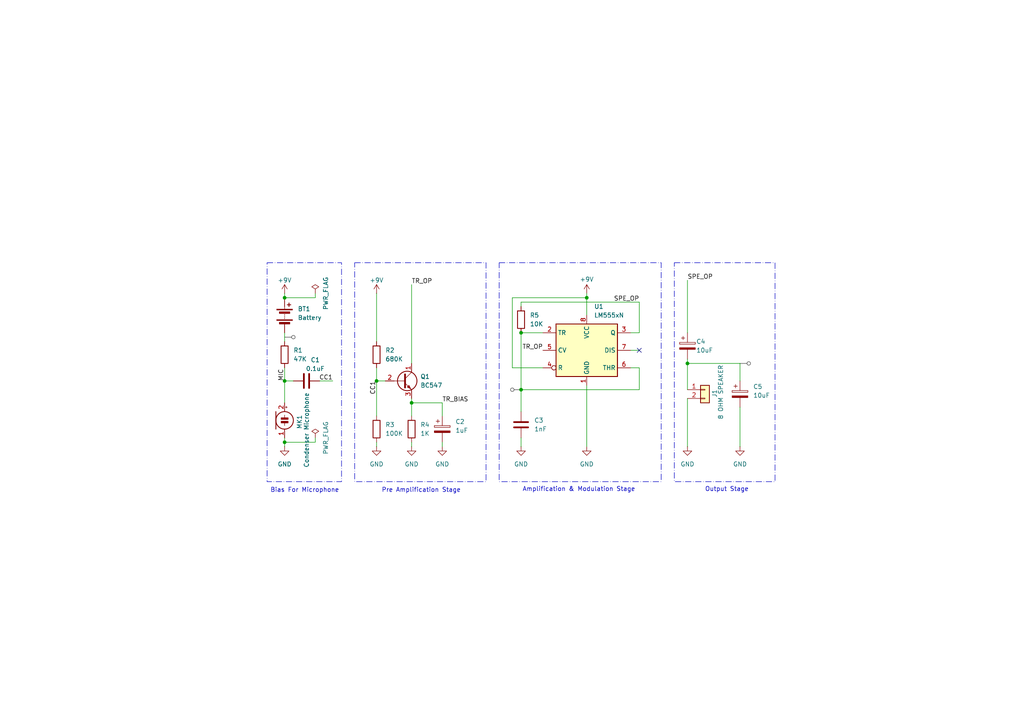
<source format=kicad_sch>
(kicad_sch (version 20250114) (generator "eeschema") (generator_version "9.0")
  (paper "A4")
  (title_block (title "555 Based Audio Amplifier") (date "2025-05-31") (company "Orion Pvt. Ltd."))
  (lib_symbols
    (symbol "Connector_Generic:Conn_01x02" (pin_names (offset 1.016) (hide yes))
      (property "Reference" "J" (at 0 2.54 0))
      (property "Value" "Conn_01x02" (at 0 -5.08 0))
      (symbol "Conn_01x02_1_1"
        (rectangle (start -1.27 1.27) (end 1.27 -3.81) (stroke (width 0.254)) (fill (type background)))
        (rectangle (start -1.27 0.127) (end 0 -0.127) (stroke (width 0.1524)))
        (rectangle (start -1.27 -2.413) (end 0 -2.667) (stroke (width 0.1524)))
        (pin passive line (at -5.08 0 0) (length 3.81) (name "Pin_1") (number "1"))
        (pin passive line (at -5.08 -2.54 0) (length 3.81) (name "Pin_2") (number "2"))
      )
    )
    (symbol "Device:Battery" (pin_numbers (hide yes)) (pin_names (offset 0) (hide yes))
      (property "Reference" "BT" (at 2.54 2.54 0))
      (property "Value" "Battery" (at 2.54 0 0))
      (symbol "Battery_0_1"
        (rectangle (start -2.286 1.778) (end 2.286 1.524) (fill (type outline)))
        (rectangle (start -2.286 -1.27) (end 2.286 -1.524) (fill (type outline)))
        (rectangle (start -1.524 1.016) (end 1.524 0.508) (fill (type outline)))
        (rectangle (start -1.524 -2.032) (end 1.524 -2.54) (fill (type outline)))
        (polyline (pts (xy 0 1.778) (xy 0 2.54)))
        (polyline (pts (xy 0 0) (xy 0 0.254)))
        (polyline (pts (xy 0 -0.508) (xy 0 -0.254)))
        (polyline (pts (xy 0 -1.016) (xy 0 -0.762)))
        (polyline (pts (xy 0.762 3.048) (xy 1.778 3.048)) (stroke (width 0.254)))
        (polyline (pts (xy 1.27 3.556) (xy 1.27 2.54)) (stroke (width 0.254)))
      )
      (symbol "Battery_1_1"
        (pin passive line (at 0 5.08 270) (length 2.54) (name "+") (number "1"))
        (pin passive line (at 0 -5.08 90) (length 2.54) (name "-") (number "2"))
      )
    )
    (symbol "Device:C" (pin_numbers (hide yes)) (pin_names (offset 0.254))
      (property "Reference" "C" (at 0.635 2.54 0))
      (property "Value" "C" (at 0.635 -2.54 0))
      (symbol "C_0_1"
        (polyline (pts (xy -2.032 0.762) (xy 2.032 0.762)) (stroke (width 0.508)))
        (polyline (pts (xy -2.032 -0.762) (xy 2.032 -0.762)) (stroke (width 0.508)))
      )
      (symbol "C_1_1"
        (pin passive line (at 0 3.81 270) (length 2.794) (name "~") (number "1"))
        (pin passive line (at 0 -3.81 90) (length 2.794) (name "~") (number "2"))
      )
    )
    (symbol "Device:C_Polarized" (pin_numbers (hide yes)) (pin_names (offset 0.254))
      (property "Reference" "C" (at 0.635 2.54 0))
      (property "Value" "C_Polarized" (at 0.635 -2.54 0))
      (symbol "C_Polarized_0_1"
        (rectangle (start -2.286 0.508) (end 2.286 1.016))
        (polyline (pts (xy -1.778 2.286) (xy -0.762 2.286)))
        (polyline (pts (xy -1.27 2.794) (xy -1.27 1.778)))
        (rectangle (start 2.286 -0.508) (end -2.286 -1.016) (fill (type outline)))
      )
      (symbol "C_Polarized_1_1"
        (pin passive line (at 0 3.81 270) (length 2.794) (name "~") (number "1"))
        (pin passive line (at 0 -3.81 90) (length 2.794) (name "~") (number "2"))
      )
    )
    (symbol "Device:Microphone_Condenser" (pin_names (offset 0.0254) (hide yes))
      (property "Reference" "MK" (at -3.302 1.27 0))
      (property "Value" "Microphone_Condenser" (at -3.302 -0.635 0))
      (symbol "Microphone_Condenser_0_1"
        (polyline (pts (xy -2.54 2.54) (xy -2.54 -2.54)) (stroke (width 0.254)))
        (polyline (pts (xy 0 0.762) (xy 0 1.524)))
        (circle (center 0 0) (radius 2.54) (stroke (width 0.254)))
        (polyline (pts (xy 0 -0.762) (xy 0 -1.524)))
        (polyline (pts (xy 0.254 3.81) (xy 0.762 3.81)))
        (polyline (pts (xy 0.508 4.064) (xy 0.508 3.556)))
        (rectangle (start 1.016 0.762) (end -1.016 0.254) (fill (type outline)))
        (rectangle (start 1.016 -0.254) (end -1.016 -0.762) (fill (type outline)))
      )
      (symbol "Microphone_Condenser_1_1"
        (pin passive line (at 0 5.08 270) (length 2.54) (name "+") (number "2"))
        (pin passive line (at 0 -5.08 90) (length 2.54) (name "-") (number "1"))
      )
    )
    (symbol "Device:R" (pin_numbers (hide yes)) (pin_names (offset 0))
      (property "Reference" "R" (at 2.032 0 90))
      (property "Value" "R" (at 0 0 90))
      (symbol "R_0_1"
        (rectangle (start -1.016 -2.54) (end 1.016 2.54) (stroke (width 0.254)))
      )
      (symbol "R_1_1"
        (pin passive line (at 0 3.81 270) (length 1.27) (name "~") (number "1"))
        (pin passive line (at 0 -3.81 90) (length 1.27) (name "~") (number "2"))
      )
    )
    (symbol "Timer:LM555xN"
      (property "Reference" "U" (at -10.16 8.89 0))
      (property "Value" "LM555xN" (at 2.54 8.89 0))
      (symbol "LM555xN_0_0"
        (pin power_in line (at 0 10.16 270) (length 2.54) (name "VCC") (number "8"))
        (pin power_in line (at 0 -10.16 90) (length 2.54) (name "GND") (number "1"))
      )
      (symbol "LM555xN_0_1"
        (rectangle (start -8.89 -7.62) (end 8.89 7.62) (stroke (width 0.254)) (fill (type background)))
        (rectangle (start -8.89 -7.62) (end 8.89 7.62) (stroke (width 0.254)) (fill (type background)))
      )
      (symbol "LM555xN_1_1"
        (pin input line (at -12.7 5.08 0) (length 3.81) (name "TR") (number "2"))
        (pin input line (at -12.7 0 0) (length 3.81) (name "CV") (number "5"))
        (pin input inverted (at -12.7 -5.08 0) (length 3.81) (name "R") (number "4"))
        (pin output line (at 12.7 5.08 180) (length 3.81) (name "Q") (number "3"))
        (pin input line (at 12.7 0 180) (length 3.81) (name "DIS") (number "7"))
        (pin input line (at 12.7 -5.08 180) (length 3.81) (name "THR") (number "6"))
      )
    )
    (symbol "Transistor_BJT:BC547" (pin_names (offset 0) (hide yes))
      (property "Reference" "Q" (at 5.08 1.905 0))
      (property "Value" "BC547" (at 5.08 0 0))
      (symbol "BC547_0_1"
        (polyline (pts (xy -2.54 0) (xy 0.635 0)))
        (polyline (pts (xy 0.635 1.905) (xy 0.635 -1.905)) (stroke (width 0.508)))
        (circle (center 1.27 0) (radius 2.8194) (stroke (width 0.254)))
      )
      (symbol "BC547_1_1"
        (polyline (pts (xy 0.635 0.635) (xy 2.54 2.54)))
        (polyline (pts (xy 0.635 -0.635) (xy 2.54 -2.54)))
        (polyline (pts (xy 1.27 -1.778) (xy 1.778 -1.27) (xy 2.286 -2.286) (xy 1.27 -1.778)) (fill (type outline)))
        (pin input line (at -5.08 0 0) (length 2.54) (name "B") (number "2"))
        (pin passive line (at 2.54 5.08 270) (length 2.54) (name "C") (number "1"))
        (pin passive line (at 2.54 -5.08 90) (length 2.54) (name "E") (number "3"))
      )
    )
    (symbol "power:+9V" (power) (pin_numbers (hide yes)) (pin_names (offset 0) (hide yes))
      (property "Value" "+9V" (at 0 3.556 0))
      (symbol "+9V_0_1"
        (polyline (pts (xy -0.762 1.27) (xy 0 2.54)))
        (polyline (pts (xy 0 2.54) (xy 0.762 1.27)))
        (polyline (pts (xy 0 0) (xy 0 2.54)))
      )
      (symbol "+9V_1_1"
        (pin power_in line (at 0 0 90) (length 0) (name "~") (number "1"))
      )
    )
    (symbol "power:GND" (power) (pin_numbers (hide yes)) (pin_names (offset 0) (hide yes))
      (property "Value" "GND" (at 0 -3.81 0))
      (symbol "GND_0_1"
        (polyline (pts (xy 0 0) (xy 0 -1.27) (xy 1.27 -1.27) (xy 0 -2.54) (xy -1.27 -1.27) (xy 0 -1.27)))
      )
      (symbol "GND_1_1"
        (pin power_in line (at 0 0 270) (length 0) (name "~") (number "1"))
      )
    )
    (symbol "power:PWR_FLAG" (power) (pin_numbers (hide yes)) (pin_names (offset 0) (hide yes))
      (property "Value" "PWR_FLAG" (at 0 3.81 0))
      (symbol "PWR_FLAG_0_0"
        (pin power_out line (at 0 0 90) (length 0) (name "~") (number "1"))
      )
      (symbol "PWR_FLAG_0_1"
        (polyline (pts (xy 0 0) (xy 0 1.27) (xy -1.016 1.905) (xy 0 2.54) (xy 1.016 1.905) (xy 0 1.27)))
      )
    )
  )
  (rectangle (start 195.58 76.2) (end 224.79 139.7) (stroke (width 0) (type dash_dot)))
  (rectangle (start 102.87 76.2) (end 140.97 139.7) (stroke (width 0) (type dash_dot)))
  (rectangle (start 77.47 76.2) (end 99.06 139.7) (stroke (width 0) (type dash_dot)))
  (rectangle (start 144.78 76.2) (end 191.77 139.7) (stroke (width 0) (type dash_dot)))
  (text "Output Stage" (at 210.82 141.986 0) (effects (font (size 1.27 1.27))))
  (text "Bias For Microphone" (at 88.392 142.24 0) (effects (font (size 1.27 1.27))))
  (text "Amplification & Modulation Stage" (at 167.894 141.986 0) (effects (font (size 1.27 1.27))))
  (text "Pre Amplification Stage" (at 122.174 142.24 0) (effects (font (size 1.27 1.27))))
  (junction (at 151.13 113.03))
  (junction (at 82.55 128.27))
  (junction (at 151.13 96.52))
  (junction (at 82.55 110.49))
  (junction (at 82.55 86.36))
  (junction (at 170.18 86.36))
  (junction (at 199.39 105.41))
  (junction (at 119.38 116.84))
  (junction (at 109.22 110.49))
  (no_connect (at 185.42 101.6))
  (wire (pts (xy 91.44 86.36) (xy 91.44 85.09)))
  (wire (pts (xy 82.55 110.49) (xy 85.09 110.49)))
  (wire (pts (xy 199.39 81.28) (xy 199.39 96.52)))
  (wire (pts (xy 199.39 105.41) (xy 199.39 113.03)))
  (wire (pts (xy 199.39 105.41) (xy 214.63 105.41)))
  (wire (pts (xy 185.42 106.68) (xy 185.42 113.03)))
  (wire (pts (xy 185.42 96.52) (xy 182.88 96.52)))
  (wire (pts (xy 151.13 113.03) (xy 185.42 113.03)))
  (wire (pts (xy 182.88 106.68) (xy 185.42 106.68)))
  (wire (pts (xy 119.38 128.27) (xy 119.38 129.54)))
  (wire (pts (xy 109.22 85.09) (xy 109.22 99.06)))
  (wire (pts (xy 182.88 101.6) (xy 185.42 101.6)))
  (wire (pts (xy 170.18 85.09) (xy 170.18 86.36)))
  (wire (pts (xy 119.38 82.55) (xy 119.38 105.41)))
  (wire (pts (xy 151.13 88.9) (xy 151.13 87.63)))
  (wire (pts (xy 151.13 127) (xy 151.13 129.54)))
  (wire (pts (xy 199.39 104.14) (xy 199.39 105.41)))
  (wire (pts (xy 214.63 118.11) (xy 214.63 129.54)))
  (wire (pts (xy 82.55 86.36) (xy 82.55 85.09)))
  (wire (pts (xy 92.71 110.49) (xy 96.52 110.49)))
  (wire (pts (xy 119.38 115.57) (xy 119.38 116.84)))
  (wire (pts (xy 82.55 99.06) (xy 82.55 96.52)))
  (wire (pts (xy 199.39 115.57) (xy 199.39 129.54)))
  (wire (pts (xy 82.55 110.49) (xy 82.55 116.84)))
  (wire (pts (xy 151.13 96.52) (xy 151.13 113.03)))
  (wire (pts (xy 91.44 86.36) (xy 82.55 86.36)))
  (wire (pts (xy 82.55 127) (xy 82.55 128.27)))
  (wire (pts (xy 82.55 128.27) (xy 82.55 129.54)))
  (wire (pts (xy 148.59 86.36) (xy 170.18 86.36)))
  (wire (pts (xy 109.22 110.49) (xy 111.76 110.49)))
  (wire (pts (xy 109.22 128.27) (xy 109.22 129.54)))
  (wire (pts (xy 214.63 105.41) (xy 214.63 110.49)))
  (wire (pts (xy 128.27 116.84) (xy 128.27 120.65)))
  (wire (pts (xy 151.13 113.03) (xy 151.13 119.38)))
  (wire (pts (xy 109.22 110.49) (xy 109.22 120.65)))
  (wire (pts (xy 82.55 128.27) (xy 91.44 128.27)))
  (wire (pts (xy 170.18 111.76) (xy 170.18 129.54)))
  (wire (pts (xy 119.38 116.84) (xy 119.38 120.65)))
  (wire (pts (xy 82.55 106.68) (xy 82.55 110.49)))
  (wire (pts (xy 151.13 87.63) (xy 185.42 87.63)))
  (wire (pts (xy 119.38 116.84) (xy 128.27 116.84)))
  (wire (pts (xy 91.44 128.27) (xy 91.44 127)))
  (wire (pts (xy 185.42 87.63) (xy 185.42 96.52)))
  (wire (pts (xy 170.18 86.36) (xy 170.18 91.44)))
  (wire (pts (xy 157.48 96.52) (xy 151.13 96.52)))
  (wire (pts (xy 128.27 128.27) (xy 128.27 129.54)))
  (wire (pts (xy 109.22 106.68) (xy 109.22 110.49)))
  (wire (pts (xy 157.48 106.68) (xy 148.59 106.68)))
  (wire (pts (xy 148.59 106.68) (xy 148.59 86.36)))
  (label "SPE_OP" (at 185.42 87.63 180))
  (label "SPE_OP" (at 199.39 81.28 0))
  (label "TR_OP" (at 157.48 101.6 180))
  (label "TR_BIAS" (at 128.27 116.84 0))
  (label "TR_OP" (at 119.38 82.55 0))
  (label "MIC" (at 82.55 110.49 90))
  (label "CC1" (at 109.22 110.49 270))
  (label "CC1" (at 96.52 110.49 180))
  (netclass_flag "" (length 2.54) (shape round) (at 214.63 105.41 270) (property "Netclass" "Signal" (effects (hide yes))))
  (netclass_flag "" (length 2.54) (shape round) (at 82.55 97.79 270) (property "Netclass" "Power" (effects (hide yes))))
  (netclass_flag "" (length 2.54) (shape round) (at 151.13 113.03 90) (property "Netclass" "Signal" (effects (hide yes))))
  (symbol (lib_id "power:GND") (at 214.63 129.54 0) (unit 1)
    (property "Reference" "#PWR011" (effects (hide yes)))
    (property "Value" "GND" (at 214.63 134.62 0))
    (property "Description" "Power symbol creates a global label with name \"GND\" , ground" (effects (hide yes)))
  )
  (symbol (lib_id "Device:C_Polarized") (at 128.27 124.46 0) (unit 1)
    (property "Reference" "C2" (at 132.08 122.3009 0) (effects (justify left)))
    (property "Value" "1uF" (at 132.08 124.8409 0) (effects (justify left)))
    (property "Footprint" "Capacitor_THT:C_Disc_D3.0mm_W1.6mm_P2.50mm" (effects (hide yes)))
    (property "Description" "Polarized capacitor" (effects (hide yes)))
  )
  (symbol (lib_id "power:PWR_FLAG") (at 91.44 85.09 0) (unit 1)
    (property "Reference" "#FLG01" (effects (hide yes)))
    (property "Value" "PWR_FLAG" (at 94.488 85.09 90))
    (property "Description" "Special symbol for telling ERC where power comes from" (effects (hide yes)))
  )
  (symbol (lib_id "Device:R") (at 109.22 102.87 0) (unit 1)
    (property "Reference" "R2" (at 111.76 101.5999 0) (effects (justify left)))
    (property "Value" "680K" (at 111.76 104.1399 0) (effects (justify left)))
    (property "Footprint" "Resistor_THT:R_Axial_DIN0207_L6.3mm_D2.5mm_P7.62mm_Horizontal" (effects (hide yes)))
    (property "Description" "Resistor" (effects (hide yes)))
  )
  (symbol (lib_id "Device:R") (at 109.22 124.46 0) (unit 1)
    (property "Reference" "R3" (at 111.76 123.1899 0) (effects (justify left)))
    (property "Value" "100K" (at 111.76 125.7299 0) (effects (justify left)))
    (property "Footprint" "Resistor_THT:R_Axial_DIN0207_L6.3mm_D2.5mm_P7.62mm_Horizontal" (effects (hide yes)))
    (property "Description" "Resistor" (effects (hide yes)))
  )
  (symbol (lib_id "power:GND") (at 82.55 129.54 0) (unit 1)
    (property "Reference" "#PWR02" (effects (hide yes)))
    (property "Value" "GND" (at 82.55 134.62 0))
    (property "Description" "Power symbol creates a global label with name \"GND\" , ground" (effects (hide yes)))
  )
  (symbol (lib_id "Device:R") (at 119.38 124.46 0) (unit 1)
    (property "Reference" "R4" (at 121.92 123.1899 0) (effects (justify left)))
    (property "Value" "1K" (at 121.92 125.7299 0) (effects (justify left)))
    (property "Footprint" "Resistor_THT:R_Axial_DIN0207_L6.3mm_D2.5mm_P7.62mm_Horizontal" (effects (hide yes)))
    (property "Description" "Resistor" (effects (hide yes)))
  )
  (symbol (lib_id "power:GND") (at 109.22 129.54 0) (unit 1)
    (property "Reference" "#PWR04" (effects (hide yes)))
    (property "Value" "GND" (at 109.22 134.62 0))
    (property "Description" "Power symbol creates a global label with name \"GND\" , ground" (effects (hide yes)))
  )
  (symbol (lib_id "Device:C_Polarized") (at 199.39 100.33 0) (unit 1)
    (property "Reference" "C4" (at 201.93 99.06 0) (effects (justify left)))
    (property "Value" "10uF" (at 201.93 101.6 0) (effects (justify left)))
    (property "Footprint" "Capacitor_THT:CP_Radial_D5.0mm_P2.50mm" (effects (hide yes)))
    (property "Description" "Polarized capacitor" (effects (hide yes)))
  )
  (symbol (lib_id "power:GND") (at 151.13 129.54 0) (unit 1)
    (property "Reference" "#PWR07" (effects (hide yes)))
    (property "Value" "GND" (at 151.13 134.62 0))
    (property "Description" "Power symbol creates a global label with name \"GND\" , ground" (effects (hide yes)))
  )
  (symbol (lib_id "Device:C_Polarized") (at 214.63 114.3 0) (unit 1)
    (property "Reference" "C5" (at 218.44 112.1409 0) (effects (justify left)))
    (property "Value" "10uF" (at 218.44 114.6809 0) (effects (justify left)))
    (property "Footprint" "Capacitor_THT:CP_Radial_D5.0mm_P2.50mm" (effects (hide yes)))
    (property "Description" "Polarized capacitor" (effects (hide yes)))
  )
  (symbol (lib_id "Device:C") (at 151.13 123.19 180) (unit 1)
    (property "Reference" "C3" (at 154.94 121.9199 0) (effects (justify right)))
    (property "Value" "1nF" (at 154.94 124.4599 0) (effects (justify right)))
    (property "Footprint" "Capacitor_THT:C_Disc_D3.0mm_W1.6mm_P2.50mm" (effects (hide yes)))
    (property "Description" "Unpolarized capacitor" (effects (hide yes)))
  )
  (symbol (lib_id "power:+9V") (at 109.22 85.09 0) (unit 1)
    (property "Reference" "#PWR03" (effects (hide yes)))
    (property "Value" "+9V" (at 109.22 81.28 0))
    (property "Description" "Power symbol creates a global label with name \"+9V\"" (effects (hide yes)))
  )
  (symbol (lib_id "Connector_Generic:Conn_01x02") (at 204.47 113.03 0) (unit 1)
    (property "Reference" "J1" (at 207.264 115.316 90) (effects (justify left)))
    (property "Value" "8 OHM SPEAKER" (at 209.042 121.666 90) (effects (justify left)))
    (property "Footprint" "Connector_PinHeader_2.54mm:PinHeader_1x02_P2.54mm_Vertical" (effects (hide yes)))
    (property "Description" "Generic connector, single row, 01x02, script generated (kicad-library-utils/schlib/autogen/connector/)" (effects (hide yes)))
  )
  (symbol (lib_id "power:GND") (at 119.38 129.54 0) (unit 1)
    (property "Reference" "#PWR05" (effects (hide yes)))
    (property "Value" "GND" (at 119.38 134.62 0))
    (property "Description" "Power symbol creates a global label with name \"GND\" , ground" (effects (hide yes)))
  )
  (symbol (lib_id "power:GND") (at 170.18 129.54 0) (unit 1)
    (property "Reference" "#PWR09" (effects (hide yes)))
    (property "Value" "GND" (at 170.18 134.62 0))
    (property "Description" "Power symbol creates a global label with name \"GND\" , ground" (effects (hide yes)))
  )
  (symbol (lib_id "Device:C") (at 88.9 110.49 90) (unit 1)
    (property "Reference" "C1" (at 91.44 104.394 90))
    (property "Value" "0.1uF" (at 91.44 106.934 90))
    (property "Footprint" "Capacitor_THT:C_Disc_D3.0mm_W1.6mm_P2.50mm" (effects (hide yes)))
    (property "Description" "Unpolarized capacitor" (effects (hide yes)))
  )
  (symbol (lib_id "power:GND") (at 199.39 129.54 0) (unit 1)
    (property "Reference" "#PWR010" (effects (hide yes)))
    (property "Value" "GND" (at 199.39 134.62 0))
    (property "Description" "Power symbol creates a global label with name \"GND\" , ground" (effects (hide yes)))
  )
  (symbol (lib_id "Device:R") (at 82.55 102.87 0) (unit 1)
    (property "Reference" "R1" (at 85.09 101.5999 0) (effects (justify left)))
    (property "Value" "47K" (at 85.09 104.1399 0) (effects (justify left)))
    (property "Footprint" "Resistor_THT:R_Axial_DIN0207_L6.3mm_D2.5mm_P7.62mm_Horizontal" (effects (hide yes)))
    (property "Description" "Resistor" (effects (hide yes)))
  )
  (symbol (lib_id "Device:R") (at 151.13 92.71 0) (unit 1)
    (property "Reference" "R5" (at 153.67 91.4399 0) (effects (justify left)))
    (property "Value" "10K" (at 153.67 93.9799 0) (effects (justify left)))
    (property "Footprint" "Resistor_THT:R_Axial_DIN0207_L6.3mm_D2.5mm_P7.62mm_Horizontal" (effects (hide yes)))
    (property "Description" "Resistor" (effects (hide yes)))
  )
  (symbol (lib_id "power:PWR_FLAG") (at 91.44 127 0) (unit 1)
    (property "Reference" "#FLG02" (effects (hide yes)))
    (property "Value" "PWR_FLAG" (at 94.488 127 90))
    (property "Description" "Special symbol for telling ERC where power comes from" (effects (hide yes)))
  )
  (symbol (lib_id "Device:Microphone_Condenser") (at 82.55 121.92 0) (unit 1)
    (property "Reference" "MK1" (at 86.868 124.46 90) (effects (justify left)))
    (property "Value" "Condenser Microphone" (at 88.9 135.636 90) (effects (justify left)))
    (property "Footprint" "Connector_PinHeader_2.54mm:PinHeader_1x02_P2.54mm_Vertical" (effects (hide yes)))
    (property "Description" "Condenser microphone" (effects (hide yes)))
  )
  (symbol (lib_id "Device:Battery") (at 82.55 91.44 0) (unit 1)
    (property "Reference" "BT1" (at 86.36 89.5984 0) (effects (justify left)))
    (property "Value" "Battery" (at 86.36 92.1384 0) (effects (justify left)))
    (property "Footprint" "Connector_PinHeader_2.54mm:PinHeader_1x02_P2.54mm_Vertical" (effects (hide yes)))
    (property "Description" "Multiple-cell battery" (effects (hide yes)))
  )
  (symbol (lib_id "Transistor_BJT:BC547") (at 116.84 110.49 0) (unit 1)
    (property "Reference" "Q1" (at 121.92 109.2199 0) (effects (justify left)))
    (property "Value" "BC547" (at 121.92 111.7599 0) (effects (justify left)))
    (property "Footprint" "Package_TO_SOT_THT:TO-92_Inline" (effects (hide yes)))
    (property "Datasheet" "https://www.onsemi.com/pub/Collateral/BC550-D.pdf" (effects (hide yes)))
    (property "Description" "0.1A Ic, 45V Vce, Small Signal NPN Transistor, TO-92" (effects (hide yes)))
  )
  (symbol (lib_id "Timer:LM555xN") (at 170.18 101.6 0) (unit 1)
    (property "Reference" "U1" (at 172.3233 88.9 0) (effects (justify left)))
    (property "Value" "LM555xN" (at 172.3233 91.44 0) (effects (justify left)))
    (property "Footprint" "Package_DIP:DIP-8_W7.62mm" (effects (hide yes)))
    (property "Datasheet" "http://www.ti.com/lit/ds/symlink/lm555.pdf" (effects (hide yes)))
    (property "Description" "Timer, 555 compatible, PDIP-8" (effects (hide yes)))
  )
  (symbol (lib_id "power:+9V") (at 82.55 85.09 0) (unit 1)
    (property "Reference" "#PWR01" (effects (hide yes)))
    (property "Value" "+9V" (at 82.55 81.28 0))
    (property "Description" "Power symbol creates a global label with name \"+9V\"" (effects (hide yes)))
  )
  (symbol (lib_id "power:+9V") (at 170.18 85.09 0) (unit 1)
    (property "Reference" "#PWR08" (effects (hide yes)))
    (property "Value" "+9V" (at 170.18 81.026 0))
    (property "Description" "Power symbol creates a global label with name \"+9V\"" (effects (hide yes)))
  )
  (symbol (lib_id "power:GND") (at 128.27 129.54 0) (unit 1)
    (property "Reference" "#PWR06" (effects (hide yes)))
    (property "Value" "GND" (at 128.27 134.62 0))
    (property "Description" "Power symbol creates a global label with name \"GND\" , ground" (effects (hide yes)))
  )
)
</source>
